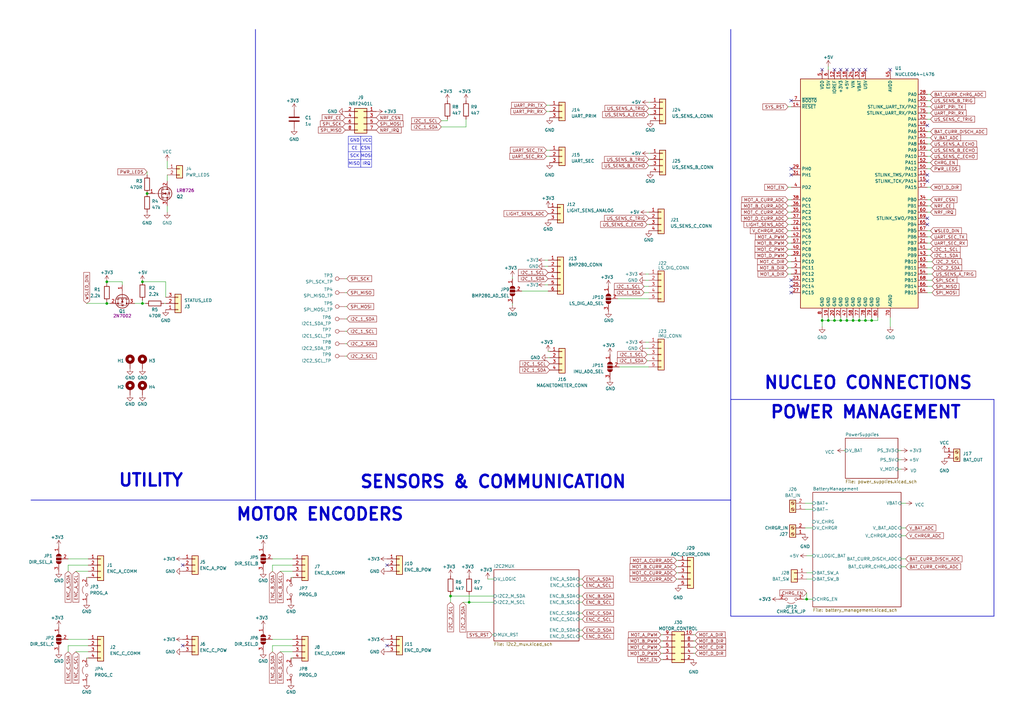
<source format=kicad_sch>
(kicad_sch (version 20230121) (generator eeschema)
  (paper "A3")
  (title_block (title "Motor Controller") (date "2023-03-06") (rev "V1.0") (comment 1 "Zuzanna Kunikowska") (comment 2 "Mateusz Wójcik"))
  (junction (at 58.42 115.57))
  (junction (at 184.785 244.475))
  (junction (at 342.265 131.445))
  (junction (at 344.805 131.445))
  (junction (at 357.505 131.445))
  (junction (at 43.815 124.46))
  (junction (at 352.425 131.445))
  (junction (at 339.725 131.445))
  (junction (at 354.965 131.445))
  (junction (at 347.345 131.445))
  (junction (at 349.885 131.445))
  (junction (at 58.42 124.46))
  (junction (at 337.185 131.445))
  (junction (at 192.405 247.015))
  (junction (at 60.325 79.375))
  (junction (at 43.815 115.57))
  (junction (at 330.835 245.745))
  (no_connect (at 337.185 28.575))
  (no_connect (at 354.965 28.575))
  (no_connect (at 342.265 28.575))
  (no_connect (at 158.75 231.775))
  (no_connect (at 324.485 71.755))
  (no_connect (at 380.365 89.535))
  (no_connect (at 347.345 28.575))
  (no_connect (at 324.485 117.475))
  (no_connect (at 324.485 41.275))
  (no_connect (at 324.485 114.935))
  (no_connect (at 74.93 264.795))
  (no_connect (at 158.75 264.795))
  (no_connect (at 352.425 28.575))
  (no_connect (at 380.365 71.755))
  (no_connect (at 324.485 120.015))
  (no_connect (at 365.125 28.575))
  (no_connect (at 324.485 69.215))
  (no_connect (at 380.365 92.075))
  (no_connect (at 349.885 28.575))
  (no_connect (at 74.93 231.775))
  (no_connect (at 344.805 28.575))
  (no_connect (at 380.365 51.435))
  (no_connect (at 380.365 74.295))
  (wire (pts (xy 237.49 254) (xy 238.76 254)))
  (wire (pts (xy 213.995 119.38) (xy 224.79 119.38)))
  (wire (pts (xy 180.975 52.07) (xy 191.135 52.07)))
  (wire (pts (xy 192.405 243.84) (xy 192.405 247.015)))
  (wire (pts (xy 323.215 102.235) (xy 324.485 102.235)))
  (wire (pts (xy 142.24 135.89) (xy 141.605 135.89)))
  (wire (pts (xy 369.57 229.235) (xy 371.475 229.235)))
  (wire (pts (xy 120.015 264.795) (xy 111.76 264.795)))
  (wire (pts (xy 380.365 104.775) (xy 381.635 104.775)))
  (wire (pts (xy 237.49 240.03) (xy 238.76 240.03)))
  (wire (pts (xy 271.145 270.51) (xy 271.78 270.51)))
  (wire (pts (xy 114.935 234.315) (xy 120.015 234.315)))
  (wire (pts (xy 330.2 206.375) (xy 333.375 206.375)))
  (wire (pts (xy 36.195 236.855) (xy 35.56 236.855)))
  (wire (pts (xy 67.945 121.92) (xy 67.945 115.57)))
  (wire (pts (xy 266.065 44.45) (xy 266.7 44.45)))
  (wire (pts (xy 380.365 61.595) (xy 381.635 61.595)))
  (wire (pts (xy 266.065 46.99) (xy 266.7 46.99)))
  (wire (pts (xy 380.365 53.975) (xy 381.635 53.975)))
  (wire (pts (xy 210.185 125.095) (xy 210.185 124.46)))
  (wire (pts (xy 266.065 65.405) (xy 266.7 65.405)))
  (wire (pts (xy 344.805 131.445) (xy 344.805 130.175)))
  (wire (pts (xy 266.065 140.335) (xy 264.795 140.335)))
  (wire (pts (xy 323.215 94.615) (xy 324.485 94.615)))
  (wire (pts (xy 380.365 84.455) (xy 381.635 84.455)))
  (wire (pts (xy 339.725 27.305) (xy 339.725 28.575)))
  (wire (pts (xy 380.365 66.675) (xy 381.635 66.675)))
  (wire (pts (xy 58.42 115.57) (xy 67.945 115.57)))
  (wire (pts (xy 285.115 265.43) (xy 284.48 265.43)))
  (wire (pts (xy 380.365 48.895) (xy 381.635 48.895)))
  (wire (pts (xy 380.365 99.695) (xy 381.635 99.695)))
  (wire (pts (xy 43.815 123.825) (xy 43.815 124.46)))
  (wire (pts (xy 265.43 92.075) (xy 266.065 92.075)))
  (wire (pts (xy 357.505 131.445) (xy 357.505 130.175)))
  (wire (pts (xy 264.795 112.395) (xy 266.065 112.395)))
  (wire (pts (xy 224.155 64.135) (xy 225.425 64.135)))
  (polyline (pts (xy 147.955 68.58) (xy 152.4 68.58)) (stroke (width 0) (type solid)))
  (polyline (pts (xy 147.32 59.055) (xy 152.4 59.055)) (stroke (width 0) (type solid)))
  (wire (pts (xy 380.365 41.275) (xy 381.635 41.275)))
  (wire (pts (xy 380.365 69.215) (xy 381.635 69.215)))
  (wire (pts (xy 271.145 265.43) (xy 271.78 265.43)))
  (polyline (pts (xy 299.72 252.73) (xy 299.72 163.83)) (stroke (width 0.254) (type solid)))
  (wire (pts (xy 224.155 61.595) (xy 225.425 61.595)))
  (wire (pts (xy 380.365 102.235) (xy 381.635 102.235)))
  (wire (pts (xy 344.805 131.445) (xy 347.345 131.445)))
  (wire (pts (xy 323.215 43.815) (xy 324.485 43.815)))
  (wire (pts (xy 354.965 131.445) (xy 357.505 131.445)))
  (wire (pts (xy 265.43 86.995) (xy 266.065 86.995)))
  (polyline (pts (xy 147.955 55.88) (xy 147.955 68.58)) (stroke (width 0) (type solid)))
  (wire (pts (xy 330.835 227.965) (xy 333.375 227.965)))
  (wire (pts (xy 266.065 67.945) (xy 266.7 67.945)))
  (wire (pts (xy 191.135 48.895) (xy 191.135 52.07)))
  (wire (pts (xy 369.57 219.71) (xy 371.475 219.71)))
  (wire (pts (xy 277.495 232.41) (xy 278.13 232.41)))
  (wire (pts (xy 266.065 145.415) (xy 265.43 145.415)))
  (wire (pts (xy 184.785 247.015) (xy 184.785 244.475)))
  (wire (pts (xy 352.425 131.445) (xy 352.425 130.175)))
  (wire (pts (xy 380.365 43.815) (xy 381.635 43.815)))
  (wire (pts (xy 266.065 147.955) (xy 265.43 147.955)))
  (wire (pts (xy 142.24 140.97) (xy 141.605 140.97)))
  (wire (pts (xy 43.815 115.57) (xy 50.165 115.57)))
  (wire (pts (xy 237.49 251.46) (xy 238.76 251.46)))
  (wire (pts (xy 349.885 131.445) (xy 352.425 131.445)))
  (wire (pts (xy 380.365 76.835) (xy 381.635 76.835)))
  (wire (pts (xy 323.215 104.775) (xy 324.485 104.775)))
  (wire (pts (xy 339.725 131.445) (xy 342.265 131.445)))
  (wire (pts (xy 120.015 236.855) (xy 119.38 236.855)))
  (wire (pts (xy 50.165 115.57) (xy 50.165 116.84)))
  (wire (pts (xy 201.93 260.35) (xy 202.565 260.35)))
  (wire (pts (xy 337.185 131.445) (xy 339.725 131.445)))
  (wire (pts (xy 342.265 131.445) (xy 342.265 130.175)))
  (wire (pts (xy 380.365 107.315) (xy 382.27 107.315)))
  (polyline (pts (xy 299.72 252.73) (xy 407.67 252.73)) (stroke (width 0.254) (type solid)))
  (wire (pts (xy 368.3 192.405) (xy 369.57 192.405)))
  (wire (pts (xy 180.975 49.53) (xy 183.515 49.53)))
  (polyline (pts (xy 147.32 62.23) (xy 152.4 62.23)) (stroke (width 0) (type solid)))
  (wire (pts (xy 368.3 188.595) (xy 369.57 188.595)))
  (wire (pts (xy 271.145 262.89) (xy 271.78 262.89)))
  (wire (pts (xy 330.2 216.535) (xy 333.375 216.535)))
  (wire (pts (xy 285.115 260.35) (xy 284.48 260.35)))
  (polyline (pts (xy 104.775 12.065) (xy 104.775 205.105)) (stroke (width 0.254) (type solid)))
  (wire (pts (xy 55.245 124.46) (xy 58.42 124.46)))
  (polyline (pts (xy 147.955 55.88) (xy 147.955 68.58)) (stroke (width 0) (type solid)))
  (polyline (pts (xy 407.67 163.83) (xy 407.67 252.73)) (stroke (width 0.254) (type solid)))
  (wire (pts (xy 237.49 258.445) (xy 238.76 258.445)))
  (wire (pts (xy 368.3 184.785) (xy 369.57 184.785)))
  (wire (pts (xy 27.94 264.795) (xy 27.94 267.335)))
  (wire (pts (xy 369.57 232.41) (xy 371.475 232.41)))
  (wire (pts (xy 380.365 94.615) (xy 381.635 94.615)))
  (wire (pts (xy 323.215 89.535) (xy 324.485 89.535)))
  (wire (pts (xy 380.365 109.855) (xy 382.27 109.855)))
  (wire (pts (xy 36.195 269.875) (xy 35.56 269.875)))
  (wire (pts (xy 266.065 62.865) (xy 266.7 62.865)))
  (wire (pts (xy 58.42 123.19) (xy 58.42 124.46)))
  (wire (pts (xy 323.215 92.075) (xy 324.485 92.075)))
  (wire (pts (xy 43.815 124.46) (xy 45.085 124.46)))
  (wire (pts (xy 337.185 130.175) (xy 337.185 131.445)))
  (wire (pts (xy 264.795 114.935) (xy 266.065 114.935)))
  (polyline (pts (xy 299.72 163.83) (xy 407.67 163.83)) (stroke (width 0.254) (type solid)))
  (wire (pts (xy 339.725 130.175) (xy 339.725 131.445)))
  (wire (pts (xy 68.58 66.04) (xy 68.58 69.215)))
  (wire (pts (xy 183.515 49.53) (xy 183.515 48.895)))
  (wire (pts (xy 337.185 131.445) (xy 337.185 133.985)))
  (wire (pts (xy 60.325 70.485) (xy 60.325 71.755)))
  (wire (pts (xy 184.785 243.84) (xy 184.785 244.475)))
  (wire (pts (xy 369.57 206.375) (xy 371.475 206.375)))
  (wire (pts (xy 285.115 262.89) (xy 284.48 262.89)))
  (wire (pts (xy 68.58 86.995) (xy 68.58 84.455)))
  (polyline (pts (xy 142.875 68.58) (xy 147.955 68.58)) (stroke (width 0) (type solid)))
  (wire (pts (xy 120.015 269.875) (xy 119.38 269.875)))
  (wire (pts (xy 224.79 144.145) (xy 225.425 144.145)))
  (wire (pts (xy 380.365 56.515) (xy 381.635 56.515)))
  (polyline (pts (xy 142.875 55.88) (xy 142.875 68.58)) (stroke (width 0) (type solid)))
  (wire (pts (xy 31.115 234.315) (xy 36.195 234.315)))
  (wire (pts (xy 380.365 59.055) (xy 381.635 59.055)))
  (wire (pts (xy 271.145 260.35) (xy 271.78 260.35)))
  (wire (pts (xy 342.265 131.445) (xy 344.805 131.445)))
  (wire (pts (xy 224.155 43.18) (xy 225.425 43.18)))
  (wire (pts (xy 266.065 142.875) (xy 264.795 142.875)))
  (wire (pts (xy 141.605 146.05) (xy 142.24 146.05)))
  (wire (pts (xy 380.365 112.395) (xy 382.27 112.395)))
  (wire (pts (xy 329.565 245.745) (xy 330.835 245.745)))
  (wire (pts (xy 380.365 114.935) (xy 382.27 114.935)))
  (wire (pts (xy 346.075 184.785) (xy 346.71 184.785)))
  (polyline (pts (xy 142.875 62.23) (xy 147.32 62.23)) (stroke (width 0) (type solid)))
  (wire (pts (xy 224.79 146.685) (xy 225.425 146.685)))
  (polyline (pts (xy 12.7 205.105) (xy 299.72 205.105)) (stroke (width 0.254) (type solid)))
  (wire (pts (xy 189.865 247.015) (xy 192.405 247.015)))
  (wire (pts (xy 380.365 120.015) (xy 382.27 120.015)))
  (wire (pts (xy 142.24 130.81) (xy 141.605 130.81)))
  (wire (pts (xy 323.215 81.915) (xy 324.485 81.915)))
  (wire (pts (xy 120.015 231.775) (xy 111.76 231.775)))
  (wire (pts (xy 330.835 245.745) (xy 333.375 245.745)))
  (polyline (pts (xy 147.32 65.405) (xy 152.4 65.405)) (stroke (width 0) (type solid)))
  (wire (pts (xy 357.505 131.445) (xy 360.045 131.445)))
  (wire (pts (xy 266.065 41.91) (xy 266.7 41.91)))
  (wire (pts (xy 380.365 97.155) (xy 381.635 97.155)))
  (wire (pts (xy 223.52 116.84) (xy 224.79 116.84)))
  (wire (pts (xy 223.52 106.68) (xy 224.79 106.68)))
  (wire (pts (xy 323.215 99.695) (xy 324.485 99.695)))
  (wire (pts (xy 365.125 130.175) (xy 365.125 133.985)))
  (wire (pts (xy 184.785 244.475) (xy 202.565 244.475)))
  (wire (pts (xy 349.885 131.445) (xy 349.885 130.175)))
  (wire (pts (xy 111.76 262.255) (xy 120.015 262.255)))
  (wire (pts (xy 111.76 264.795) (xy 111.76 267.335)))
  (wire (pts (xy 254 150.495) (xy 266.065 150.495)))
  (wire (pts (xy 111.76 231.775) (xy 111.76 234.315)))
  (wire (pts (xy 380.365 117.475) (xy 382.27 117.475)))
  (wire (pts (xy 380.365 46.355) (xy 381.635 46.355)))
  (wire (pts (xy 237.49 247.015) (xy 238.76 247.015)))
  (wire (pts (xy 330.835 243.205) (xy 330.835 245.745)))
  (wire (pts (xy 360.045 131.445) (xy 360.045 130.175)))
  (wire (pts (xy 352.425 131.445) (xy 354.965 131.445)))
  (wire (pts (xy 114.935 267.335) (xy 120.015 267.335)))
  (wire (pts (xy 58.42 124.46) (xy 59.69 124.46)))
  (polyline (pts (xy 142.875 65.405) (xy 147.32 65.405)) (stroke (width 0) (type solid)))
  (wire (pts (xy 210.185 113.665) (xy 210.185 114.3)))
  (wire (pts (xy 111.76 229.235) (xy 120.015 229.235)))
  (wire (pts (xy 36.195 231.775) (xy 27.94 231.775)))
  (polyline (pts (xy 147.955 55.88) (xy 152.4 55.88)) (stroke (width 0) (type solid)))
  (wire (pts (xy 380.365 64.135) (xy 381.635 64.135)))
  (wire (pts (xy 27.94 262.255) (xy 36.195 262.255)))
  (polyline (pts (xy 299.72 12.065) (xy 299.72 163.83)) (stroke (width 0.254) (type solid)))
  (wire (pts (xy 277.495 237.49) (xy 278.13 237.49)))
  (wire (pts (xy 271.145 267.97) (xy 271.78 267.97)))
  (wire (pts (xy 224.155 45.72) (xy 225.425 45.72)))
  (wire (pts (xy 253.365 122.555) (xy 266.065 122.555)))
  (wire (pts (xy 60.325 79.375) (xy 60.96 79.375)))
  (wire (pts (xy 141.605 114.3) (xy 142.24 114.3)))
  (wire (pts (xy 31.115 267.335) (xy 36.195 267.335)))
  (wire (pts (xy 323.215 107.315) (xy 324.485 107.315)))
  (wire (pts (xy 237.49 244.475) (xy 238.76 244.475)))
  (wire (pts (xy 323.215 86.995) (xy 324.485 86.995)))
  (wire (pts (xy 200.025 237.49) (xy 202.565 237.49)))
  (wire (pts (xy 380.365 86.995) (xy 381.635 86.995)))
  (wire (pts (xy 323.215 109.855) (xy 324.485 109.855)))
  (wire (pts (xy 277.495 234.95) (xy 278.13 234.95)))
  (wire (pts (xy 27.94 231.775) (xy 27.94 234.315)))
  (wire (pts (xy 323.215 97.155) (xy 324.485 97.155)))
  (wire (pts (xy 354.965 131.445) (xy 354.965 130.175)))
  (wire (pts (xy 237.49 260.985) (xy 238.76 260.985)))
  (wire (pts (xy 369.57 216.535) (xy 371.475 216.535)))
  (wire (pts (xy 323.215 84.455) (xy 324.485 84.455)))
  (wire (pts (xy 142.24 120.015) (xy 141.605 120.015)))
  (wire (pts (xy 380.365 81.915) (xy 381.635 81.915)))
  (wire (pts (xy 330.835 237.49) (xy 333.375 237.49)))
  (polyline (pts (xy 142.875 59.055) (xy 147.32 59.055)) (stroke (width 0) (type solid)))
  (wire (pts (xy 330.2 208.915) (xy 333.375 208.915)))
  (wire (pts (xy 237.49 237.49) (xy 238.76 237.49)))
  (wire (pts (xy 192.405 247.015) (xy 202.565 247.015)))
  (wire (pts (xy 323.215 76.835) (xy 324.485 76.835)))
  (wire (pts (xy 223.52 109.22) (xy 224.79 109.22)))
  (wire (pts (xy 347.345 131.445) (xy 347.345 130.175)))
  (wire (pts (xy 381.635 38.735) (xy 380.365 38.735)))
  (wire (pts (xy 68.58 71.755) (xy 68.58 74.295)))
  (polyline (pts (xy 152.4 55.88) (xy 152.4 68.58)) (stroke (width 0) (type solid)))
  (wire (pts (xy 285.115 267.97) (xy 284.48 267.97)))
  (wire (pts (xy 330.835 234.95) (xy 333.375 234.95)))
  (wire (pts (xy 277.495 229.87) (xy 278.13 229.87)))
  (polyline (pts (xy 142.875 55.88) (xy 147.955 55.88)) (stroke (width 0) (type solid)))
  (wire (pts (xy 35.56 124.46) (xy 43.815 124.46)))
  (wire (pts (xy 264.16 117.475) (xy 266.065 117.475)))
  (wire (pts (xy 27.94 229.235) (xy 36.195 229.235)))
  (wire (pts (xy 43.815 115.57) (xy 43.815 116.205)))
  (wire (pts (xy 347.345 131.445) (xy 349.885 131.445)))
  (wire (pts (xy 67.31 124.46) (xy 67.945 124.46)))
  (wire (pts (xy 323.215 112.395) (xy 324.485 112.395)))
  (wire (pts (xy 264.16 120.015) (xy 266.065 120.015)))
  (wire (pts (xy 36.195 264.795) (xy 27.94 264.795)))
  (wire (pts (xy 142.24 125.73) (xy 141.605 125.73)))
  (text "GND" (at 143.51 58.42 0) (effects (font (size 1.27 1.27)) (justify left bottom)))
  (text "SCK" (at 143.51 64.77 0) (effects (font (size 1.27 1.27)) (justify left bottom)))
  (text "MOSI" (at 147.955 64.77 0) (effects (font (size 1.27 1.27)) (justify left bottom)))
  (text "IRQ" (at 148.59 67.945 0) (effects (font (size 1.27 1.27)) (justify left bottom)))
  (text "MOTOR ENCODERS" (at 96.52 213.995 0) (effects (font (size 5 5) (thickness 1) bold) (justify left bottom)))
  (text "POWER MANAGEMENT" (at 315.595 172.085 0) (effects (font (size 5 5) (thickness 1) bold) (justify left bottom)))
  (text "SENSORS & COMMUNICATION" (at 147.32 200.66 0) (effects (font (size 5 5) (thickness 1) bold) (justify left bottom)))
  (text "MISO" (at 142.875 67.945 0) (effects (font (size 1.27 1.27)) (justify left bottom)))
  (text "VCC" (at 148.59 58.42 0) (effects (font (size 1.27 1.27)) (justify left bottom)))
  (text "CE" (at 144.145 61.595 0) (effects (font (size 1.27 1.27)) (justify left bottom)))
  (text "NUCLEO CONNECTIONS" (at 313.055 160.02 0) (effects (font (size 5 5) (thickness 1) bold) (justify left bottom)))
  (text "CSN" (at 147.955 61.595 0) (effects (font (size 1.27 1.27)) (justify left bottom)))
  (text "UTILITY" (at 48.26 200.025 0) (effects (font (size 5 5) (thickness 1) bold) (justify left bottom)))
  (global_label "NRF_CE" (shape input) (at 141.605 48.26 180) (property "Intersheetrefs" "${INTERSHEET_REFS}" (effects hide)))
  (global_label "V_CHRGR_ADC" (shape input) (at 323.215 94.615 180) (property "Intersheetrefs" "${INTERSHEET_REFS}" (effects hide)))
  (global_label "I2C_1_SCL" (shape input) (at 265.43 145.415 180) (property "Intersheetrefs" "${INTERSHEET_REFS}" (effects hide)))
  (global_label "PWR_LEDS" (shape input) (at 60.325 70.485 180) (property "Intersheetrefs" "${INTERSHEET_REFS}" (effects hide)))
  (global_label "US_SENS_A_ECHO" (shape input) (at 381.635 59.055 0) (property "Intersheetrefs" "${INTERSHEET_REFS}" (effects hide)))
  (global_label "NRF_IRQ" (shape input) (at 381.635 86.995 0) (property "Intersheetrefs" "${INTERSHEET_REFS}" (effects hide)))
  (global_label "SYS_RST" (shape input) (at 323.215 43.815 180) (property "Intersheetrefs" "${INTERSHEET_REFS}" (effects hide)))
  (global_label "BAT_CURR_CHRG_ADC" (shape input) (at 381.635 38.735 0) (property "Intersheetrefs" "${INTERSHEET_REFS}" (effects hide)))
  (global_label "MOT_C_PWM" (shape input) (at 323.215 102.235 180) (property "Intersheetrefs" "${INTERSHEET_REFS}" (effects hide)))
  (global_label "WSLED_DIN" (shape input) (at 35.56 124.46 90) (property "Intersheetrefs" "${INTERSHEET_REFS}" (effects hide)))
  (global_label "MOT_A_PWM" (shape input) (at 323.215 97.155 180) (property "Intersheetrefs" "${INTERSHEET_REFS}" (effects hide)))
  (global_label "ENC_C_SCL" (shape input) (at 31.115 267.335 270) (property "Intersheetrefs" "${INTERSHEET_REFS}" (effects hide)))
  (global_label "ENC_B_SDA" (shape input) (at 238.76 244.475 0) (property "Intersheetrefs" "${INTERSHEET_REFS}" (effects hide)))
  (global_label "MOT_D_CURR_ADC" (shape input) (at 277.495 237.49 180) (property "Intersheetrefs" "${INTERSHEET_REFS}" (effects hide)))
  (global_label "US_SENS_B_TRIG" (shape input) (at 381.635 41.275 0) (property "Intersheetrefs" "${INTERSHEET_REFS}" (effects hide)))
  (global_label "ENC_B_SDA" (shape input) (at 111.76 234.315 270) (property "Intersheetrefs" "${INTERSHEET_REFS}" (effects hide)))
  (global_label "MOT_EN" (shape input) (at 271.145 270.51 180) (property "Intersheetrefs" "${INTERSHEET_REFS}" (effects hide)))
  (global_label "I2C_1_SDA" (shape input) (at 381.635 104.775 0) (property "Intersheetrefs" "${INTERSHEET_REFS}" (effects hide)))
  (global_label "WSLED_DIN" (shape input) (at 381.635 94.615 0) (property "Intersheetrefs" "${INTERSHEET_REFS}" (effects hide)))
  (global_label "ENC_C_SCL" (shape input) (at 238.76 254 0) (property "Intersheetrefs" "${INTERSHEET_REFS}" (effects hide)))
  (global_label "MOT_D_DIR" (shape input) (at 381.635 76.835 0) (property "Intersheetrefs" "${INTERSHEET_REFS}" (effects hide)))
  (global_label "ENC_B_SCL" (shape input) (at 114.935 234.315 270) (property "Intersheetrefs" "${INTERSHEET_REFS}" (effects hide)))
  (global_label "MOT_A_DIR" (shape input) (at 323.215 112.395 180) (property "Intersheetrefs" "${INTERSHEET_REFS}" (effects hide)))
  (global_label "BAT_CURR_CHRG_ADC" (shape input) (at 371.475 232.41 0) (property "Intersheetrefs" "${INTERSHEET_REFS}" (effects hide)))
  (global_label "I2C_2_SCL" (shape input) (at 382.27 107.315 0) (property "Intersheetrefs" "${INTERSHEET_REFS}" (effects hide)))
  (global_label "SYS_RST" (shape input) (at 201.93 260.35 180) (property "Intersheetrefs" "${INTERSHEET_REFS}" (effects hide)))
  (global_label "BAT_CURR_DISCH_ADC" (shape input) (at 381.635 53.975 0) (property "Intersheetrefs" "${INTERSHEET_REFS}" (effects hide)))
  (global_label "MOT_B_CURR_ADC" (shape input) (at 323.215 84.455 180) (property "Intersheetrefs" "${INTERSHEET_REFS}" (effects hide)))
  (global_label "MOT_C_CURR_ADC" (shape input) (at 323.215 86.995 180) (property "Intersheetrefs" "${INTERSHEET_REFS}" (effects hide)))
  (global_label "US_SENS_A_TRIG" (shape input) (at 382.27 112.395 0) (property "Intersheetrefs" "${INTERSHEET_REFS}" (effects hide)))
  (global_label "I2C_2_SDA" (shape input) (at 382.27 109.855 0) (property "Intersheetrefs" "${INTERSHEET_REFS}" (effects hide)))
  (global_label "NRF_CE" (shape input) (at 381.635 84.455 0) (property "Intersheetrefs" "${INTERSHEET_REFS}" (effects hide)))
  (global_label "MOT_B_DIR" (shape input) (at 285.115 262.89 0) (property "Intersheetrefs" "${INTERSHEET_REFS}" (effects hide)))
  (global_label "MOT_D_DIR" (shape input) (at 285.115 267.97 0) (property "Intersheetrefs" "${INTERSHEET_REFS}" (effects hide)))
  (global_label "I2C_2_SCL" (shape input) (at 142.24 146.05 0) (property "Intersheetrefs" "${INTERSHEET_REFS}" (effects hide)))
  (global_label "ENC_C_SDA" (shape input) (at 27.94 267.335 270) (property "Intersheetrefs" "${INTERSHEET_REFS}" (effects hide)))
  (global_label "I2C_1_SCL" (shape input) (at 264.16 117.475 180) (property "Intersheetrefs" "${INTERSHEET_REFS}" (effects hide)))
  (global_label "UART_SEC_RX" (shape input) (at 224.155 64.135 180) (property "Intersheetrefs" "${INTERSHEET_REFS}" (effects hide)))
  (global_label "US_SENS_B_TRIG" (shape input) (at 266.065 65.405 180) (property "Intersheetrefs" "${INTERSHEET_REFS}" (effects hide)))
  (global_label "PWR_LEDS" (shape input) (at 381.635 69.215 0) (property "Intersheetrefs" "${INTERSHEET_REFS}" (effects hide)))
  (global_label "MOT_A_CURR_ADC" (shape input) (at 323.215 81.915 180) (property "Intersheetrefs" "${INTERSHEET_REFS}" (effects hide)))
  (global_label "SPI_MISO" (shape input) (at 382.27 117.475 0) (property "Intersheetrefs" "${INTERSHEET_REFS}" (effects hide)))
  (global_label "NRF_CSN" (shape input) (at 381.635 81.915 0) (property "Intersheetrefs" "${INTERSHEET_REFS}" (effects hide)))
  (global_label "I2C_1_SDA" (shape input) (at 264.16 120.015 180) (property "Intersheetrefs" "${INTERSHEET_REFS}" (effects hide)))
  (global_label "I2C_2_SCL" (shape input) (at 184.785 247.015 270) (property "Intersheetrefs" "${INTERSHEET_REFS}" (effects hide)))
  (global_label "I2C_1_SDA" (shape input) (at 180.975 52.07 180) (property "Intersheetrefs" "${INTERSHEET_REFS}" (effects hide)))
  (global_label "SPI_MOSI" (shape input) (at 382.27 120.015 0) (property "Intersheetrefs" "${INTERSHEET_REFS}" (effects hide)))
  (global_label "MOT_B_CURR_ADC" (shape input) (at 277.495 232.41 180) (property "Intersheetrefs" "${INTERSHEET_REFS}" (effects hide)))
  (global_label "UART_SEC_TX" (shape input) (at 381.635 97.155 0) (property "Intersheetrefs" "${INTERSHEET_REFS}" (effects hide)))
  (global_label "MOT_A_DIR" (shape input) (at 285.115 260.35 0) (property "Intersheetrefs" "${INTERSHEET_REFS}" (effects hide)))
  (global_label "ENC_D_SDA" (shape input) (at 238.76 258.445 0) (property "Intersheetrefs" "${INTERSHEET_REFS}" (effects hide)))
  (global_label "LIGHT_SENS_ADC" (shape input) (at 323.215 92.075 180) (property "Intersheetrefs" "${INTERSHEET_REFS}" (effects hide)))
  (global_label "US_SENS_B_ECHO" (shape input) (at 266.065 67.945 180) (property "Intersheetrefs" "${INTERSHEET_REFS}" (effects hide)))
  (global_label "ENC_A_SCL" (shape input) (at 31.115 234.315 270) (property "Intersheetrefs" "${INTERSHEET_REFS}" (effects hide)))
  (global_label "MOT_A_PWM" (shape input) (at 271.145 260.35 180) (property "Intersheetrefs" "${INTERSHEET_REFS}" (effects hide)))
  (global_label "MOT_B_DIR" (shape input) (at 323.215 109.855 180) (property "Intersheetrefs" "${INTERSHEET_REFS}" (effects hide)))
  (global_label "LIGHT_SENS_ADC" (shape input) (at 224.79 87.63 180) (property "Intersheetrefs" "${INTERSHEET_REFS}" (effects hide)))
  (global_label "UART_SEC_TX" (shape input) (at 224.155 61.595 180) (property "Intersheetrefs" "${INTERSHEET_REFS}" (effects hide)))
  (global_label "ENC_D_SDA" (shape input) (at 111.76 267.335 270) (property "Intersheetrefs" "${INTERSHEET_REFS}" (effects hide)))
  (global_label "ENC_D_SCL" (shape input) (at 238.76 260.985 0) (property "Intersheetrefs" "${INTERSHEET_REFS}" (effects hide)))
  (global_label "UART_PRI_TX" (shape input) (at 224.155 43.18 180) (property "Intersheetrefs" "${INTERSHEET_REFS}" (effects hide)))
  (global_label "I2C_1_SCL" (shape input) (at 142.24 135.89 0) (property "Intersheetrefs" "${INTERSHEET_REFS}" (effects hide)))
  (global_label "I2C_1_SCL" (shape input) (at 224.79 111.76 180) (property "Intersheetrefs" "${INTERSHEET_REFS}" (effects hide)))
  (global_label "ENC_A_SDA" (shape input) (at 238.76 237.49 0) (property "Intersheetrefs" "${INTERSHEET_REFS}" (effects hide)))
  (global_label "V_BAT_ADC" (shape input) (at 371.475 216.535 0) (property "Intersheetrefs" "${INTERSHEET_REFS}" (effects hide)))
  (global_label "I2C_1_SCL" (shape input) (at 225.425 149.225 180) (property "Intersheetrefs" "${INTERSHEET_REFS}" (effects hide)))
  (global_label "UART_PRI_RX" (shape input) (at 381.635 46.355 0) (property "Intersheetrefs" "${INTERSHEET_REFS}" (effects hide)))
  (global_label "UART_PRI_TX" (shape input) (at 381.635 43.815 0) (property "Intersheetrefs" "${INTERSHEET_REFS}" (effects hide)))
  (global_label "V_BAT_ADC" (shape input) (at 381.635 56.515 0) (property "Intersheetrefs" "${INTERSHEET_REFS}" (effects hide)))
  (global_label "NRF_IRQ" (shape input) (at 154.305 53.34 0) (property "Intersheetrefs" "${INTERSHEET_REFS}" (effects hide)))
  (global_label "ENC_D_SCL" (shape input) (at 114.935 267.335 270) (property "Intersheetrefs" "${INTERSHEET_REFS}" (effects hide)))
  (global_label "I2C_1_SCL" (shape input) (at 381.635 102.235 0) (property "Intersheetrefs" "${INTERSHEET_REFS}" (effects hide)))
  (global_label "MOT_B_PWM" (shape input) (at 323.215 99.695 180) (property "Intersheetrefs" "${INTERSHEET_REFS}" (effects hide)))
  (global_label "US_SENS_B_ECHO" (shape input) (at 381.635 61.595 0) (property "Intersheetrefs" "${INTERSHEET_REFS}" (effects hide)))
  (global_label "BAT_CURR_DISCH_ADC" (shape input) (at 371.475 229.235 0) (property "Intersheetrefs" "${INTERSHEET_REFS}" (effects hide)))
  (global_label "MOT_B_PWM" (shape input) (at 271.145 262.89 180) (property "Intersheetrefs" "${INTERSHEET_REFS}" (effects hide)))
  (global_label "SPI_SCK" (shape input) (at 141.605 50.8 180) (property "Intersheetrefs" "${INTERSHEET_REFS}" (effects hide)))
  (global_label "UART_PRI_RX" (shape input) (at 224.155 45.72 180) (property "Intersheetrefs" "${INTERSHEET_REFS}" (effects hide)))
  (global_label "SPI_MOSI" (shape input) (at 154.305 50.8 0) (property "Intersheetrefs" "${INTERSHEET_REFS}" (effects hide)))
  (global_label "MOT_D_PWM" (shape input) (at 323.215 104.775 180) (property "Intersheetrefs" "${INTERSHEET_REFS}" (effects hide)))
  (global_label "I2C_1_SCL" (shape input) (at 180.975 49.53 180) (property "Intersheetrefs" "${INTERSHEET_REFS}" (effects hide)))
  (global_label "MOT_EN" (shape input) (at 323.215 76.835 180) (property "Intersheetrefs" "${INTERSHEET_REFS}" (effects hide)))
  (global_label "I2C_1_SDA" (shape input) (at 224.79 114.3 180) (property "Intersheetrefs" "${INTERSHEET_REFS}" (effects hide)))
  (global_label "ENC_B_SCL" (shape input) (at 238.76 247.015 0) (property "Intersheetrefs" "${INTERSHEET_REFS}" (effects hide)))
  (global_label "MOT_D_PWM" (shape input) (at 271.145 267.97 180) (property "Intersheetrefs" "${INTERSHEET_REFS}" (effects hide)))
  (global_label "MOT_A_CURR_ADC" (shape input) (at 277.495 229.87 180) (property "Intersheetrefs" "${INTERSHEET_REFS}" (effects hide)))
  (global_label "US_SENS_A_ECHO" (shape input) (at 266.065 46.99 180) (property "Intersheetrefs" "${INTERSHEET_REFS}" (effects hide)))
  (global_label "US_SENS_C_ECHO" (shape input) (at 381.635 64.135 0) (property "Intersheetrefs" "${INTERSHEET_REFS}" (effects hide)))
  (global_label "ENC_A_SCL" (shape input) (at 238.76 240.03 0) (property "Intersheetrefs" "${INTERSHEET_REFS}" (effects hide)))
  (global_label "MOT_C_CURR_ADC" (shape input) (at 277.495 234.95 180) (property "Intersheetrefs" "${INTERSHEET_REFS}" (effects hide)))
  (global_label "I2C_2_SDA" (shape input) (at 142.24 140.97 0) (property "Intersheetrefs" "${INTERSHEET_REFS}" (effects hide)))
  (global_label "MOT_C_PWM" (shape input) (at 271.145 265.43 180) (property "Intersheetrefs" "${INTERSHEET_REFS}" (effects hide)))
  (global_label "I2C_1_SDA" (shape input) (at 265.43 147.955 180) (property "Intersheetrefs" "${INTERSHEET_REFS}" (effects hide)))
  (global_label "US_SENS_C_ECHO" (shape input) (at 265.43 92.075 180) (property "Intersheetrefs" "${INTERSHEET_REFS}" (effects hide)))
  (global_label "MOT_C_DIR" (shape input) (at 285.115 265.43 0) (property "Intersheetrefs" "${INTERSHEET_REFS}" (effects hide)))
  (global_label "CHRG_EN" (shape input) (at 330.835 243.205 180) (property "Intersheetrefs" "${INTERSHEET_REFS}" (effects hide)))
  (global_label "I2C_1_SDA" (shape input) (at 142.24 130.81 0) (property "Intersheetrefs" "${INTERSHEET_REFS}" (effects hide)))
  (global_label "SPI_MISO" (shape input) (at 141.605 53.34 180) (property "Intersheetrefs" "${INTERSHEET_REFS}" (effects hide)))
  (global_label "SPI_MISO" (shape input) (at 142.24 120.015 0) (property "Intersheetrefs" "${INTERSHEET_REFS}" (effects hide)))
  (global_label "I2C_2_SDA" (shape input) (at 189.865 247.015 270) (property "Intersheetrefs" "${INTERSHEET_REFS}" (effects hide)))
  (global_label "SPI_SCK" (shape input) (at 142.24 114.3 0) (property "Intersheetrefs" "${INTERSHEET_REFS}" (effects hide)))
  (global_label "V_CHRGR_ADC" (shape input) (at 371.475 219.71 0) (property "Intersheetrefs" "${INTERSHEET_REFS}" (effects hide)))
  (global_label "SPI_SCK" (shape input) (at 382.27 114.935 0) (property "Intersheetrefs" "${INTERSHEET_REFS}" (effects hide)))
  (global_label "US_SENS_C_TRIG" (shape input) (at 266.065 89.535 180) (property "Intersheetrefs" "${INTERSHEET_REFS}" (effects hide)))
  (global_label "CHRG_EN" (shape input) (at 381.635 66.675 0) (property "Intersheetrefs" "${INTERSHEET_REFS}" (effects hide)))
  (global_label "NRF_CSN" (shape input) (at 154.305 48.26 0) (property "Intersheetrefs" "${INTERSHEET_REFS}" (effects hide)))
  (global_label "ENC_C_SDA" (shape input) (at 238.76 251.46 0) (property "Intersheetrefs" "${INTERSHEET_REFS}" (effects hide)))
  (global_label "US_SENS_A_TRIG" (shape input) (at 266.065 44.45 180) (property "Intersheetrefs" "${INTERSHEET_REFS}" (effects hide)))
  (global_label "ENC_A_SDA" (shape input) (at 27.94 234.315 270) (property "Intersheetrefs" "${INTERSHEET_REFS}" (effects hide)))
  (global_label "MOT_D_CURR_ADC" (shape input) (at 323.215 89.535 180) (property "Intersheetrefs" "${INTERSHEET_REFS}" (effects hide)))
  (global_label "MOT_C_DIR" (shape input) (at 323.215 107.315 180) (property "Intersheetrefs" "${INTERSHEET_REFS}" (effects hide)))
  (global_label "UART_SEC_RX" (shape input) (at 381.635 99.695 0) (property "Intersheetrefs" "${INTERSHEET_REFS}" (effects hide)))
  (global_label "SPI_MOSI" (shape input) (at 142.24 125.73 0) (property "Intersheetrefs" "${INTERSHEET_REFS}" (effects hide)))
  (global_label "US_SENS_C_TRIG" (shape input) (at 381.635 48.895 0) (property "Intersheetrefs" "${INTERSHEET_REFS}" (effects hide)))
  (global_label "I2C_1_SDA" (shape input) (at 225.425 151.765 180) (property "Intersheetrefs" "${INTERSHEET_REFS}" (effects hide)))
  (symbol (lib_id "power:GND") (at 224.79 146.685 270) (unit 1)
    (property "Reference" "#PWR047" (effects hide))
    (property "Value" "GND" (at 221.615 146.685 90) (effects (justify right)))
  )
  (symbol (lib_id "power:+3V3") (at 154.305 45.72 270) (unit 1)
    (property "Reference" "#PWR033" (effects hide))
    (property "Value" "+3V3" (at 162.56 45.72 90) (effects (justify right)))
  )
  (symbol (lib_id "Connector:Screw_Terminal_01x02") (at 325.12 208.915 180) (unit 1)
    (property "Reference" "J26" (at 325.12 200.66 0))
    (property "Value" "BAT_IN" (at 325.12 203.2 0))
    (property "Footprint" "TerminalBlock_Phoenix:TerminalBlock_Phoenix_MKDS-1,5-2_1x02_P5.00mm_Horizontal" (effects hide))
  )
  (symbol (lib_id "power:+3V3") (at 24.13 257.175 0) (unit 1)
    (property "Reference" "#PWR03" (effects hide))
    (property "Value" "+3V3" (at 23.495 253.365 0))
  )
  (symbol (lib_id "power:GND") (at 266.7 70.485 0) (unit 1)
    (property "Reference" "#PWR063" (effects hide))
    (property "Value" "GND" (at 266.7 74.295 0))
  )
  (symbol (lib_id "power:GND") (at 58.42 151.13 0) (unit 1)
    (property "Reference" "#PWR0161" (effects hide))
    (property "Value" "GND" (at 58.42 154.94 0))
  )
  (symbol (lib_id "Connector_Generic:Conn_02x04_Odd_Even") (at 149.225 48.26 0) (mirror y) (unit 1)
    (property "Reference" "J9" (at 147.955 40.005 0))
    (property "Value" "NRF2401L" (at 147.955 42.545 0))
    (property "Footprint" "Connector_PinSocket_2.54mm:PinSocket_2x04_P2.54mm_Vertical" (effects hide))
  )
  (symbol (lib_id "Jumper:Jumper_2_Open") (at 119.38 274.955 90) (unit 1)
    (property "Reference" "JP8" (at 122.555 274.32 90) (effects (justify right)))
    (property "Value" "PROG_D" (at 122.555 276.86 90) (effects (justify right)))
    (property "Footprint" "Jumper:SolderJumper-2_P1.3mm_Open_RoundedPad1.0x1.5mm" (effects hide))
  )
  (symbol (lib_id "power:GND") (at 278.13 240.03 0) (unit 1)
    (property "Reference" "#PWR0104" (effects hide))
    (property "Value" "GND" (at 278.13 245.11 0))
  )
  (symbol (lib_id "power:GND") (at 53.34 151.13 0) (unit 1)
    (property "Reference" "#PWR0159" (effects hide))
    (property "Value" "GND" (at 53.34 154.94 0))
  )
  (symbol (lib_id "power:+3V3") (at 183.515 41.275 0) (unit 1)
    (property "Reference" "#PWR034" (effects hide))
    (property "Value" "+3V3" (at 182.88 37.465 0))
  )
  (symbol (lib_id "power:+3V3") (at 264.795 112.395 90) (unit 1)
    (property "Reference" "#PWR054" (effects hide))
    (property "Value" "+3V3" (at 261.62 112.3949 90) (effects (justify left)))
  )
  (symbol (lib_id "power:GND") (at 225.425 66.675 0) (unit 1)
    (property "Reference" "#PWR049" (effects hide))
    (property "Value" "GND" (at 225.425 71.755 0))
  )
  (symbol (lib_id "power:GND") (at 74.93 267.335 270) (unit 1)
    (property "Reference" "#PWR016" (effects hide))
    (property "Value" "GND" (at 69.85 267.335 90))
  )
  (symbol (lib_id "Mechanical:MountingHole_Pad") (at 58.42 148.59 0) (unit 1)
    (property "Reference" "H3" (at 60.96 147.955 0) (effects (justify left)))
    (property "Value" "MH" (effects hide))
    (property "Footprint" "MountingHole:MountingHole_3.2mm_M3_Pad_Via" (effects hide))
  )
  (symbol (lib_id "power:+3V3") (at 210.185 113.665 0) (unit 1)
    (property "Reference" "#PWR039" (effects hide))
    (property "Value" "+3V3" (at 212.09 109.855 0) (effects (justify right)))
  )
  (symbol (lib_id "power:VCC") (at 387.35 185.42 0) (unit 1)
    (property "Reference" "#PWR036" (effects hide))
    (property "Value" "VCC" (at 387.35 181.61 0))
  )
  (symbol (lib_id "power:+5V") (at 330.835 227.965 90) (unit 1)
    (property "Reference" "#PWR066" (effects hide))
    (property "Value" "+5V" (at 327.66 227.965 90) (effects (justify left)))
  )
  (symbol (lib_id "power:+3V3") (at 120.65 45.085 0) (unit 1)
    (property "Reference" "#PWR023" (effects hide))
    (property "Value" "+3V3" (at 120.015 41.275 0))
  )
  (symbol (lib_id "Connector_Generic:Conn_01x02") (at 73.66 69.215 0) (unit 1)
    (property "Reference" "J4" (at 76.2 69.2149 0) (effects (justify left)))
    (property "Value" "PWR_LEDS" (at 76.2 71.7549 0) (effects (justify left)))
    (property "Footprint" "Connector_JST:JST_XH_B2B-XH-A_1x02_P2.50mm_Vertical" (effects hide))
  )
  (symbol (lib_id "Connector_Generic:Conn_01x03") (at 163.83 231.775 0) (unit 1)
    (property "Reference" "J10" (at 165.735 231.14 0) (effects (justify left)))
    (property "Value" "ENC_B_POW" (at 165.735 233.68 0) (effects (justify left)))
    (property "Footprint" "Connector_JST:JST_XH_B3B-XH-A_1x03_P2.50mm_Vertical" (effects hide))
  )
  (symbol (lib_id "power:+3V3") (at 223.52 116.84 90) (unit 1)
    (property "Reference" "#PWR043" (effects hide))
    (property "Value" "+3V3" (at 220.98 116.84 90) (effects (justify left)))
  )
  (symbol (lib_id "Connector_Generic:Conn_01x05") (at 271.145 145.415 0) (unit 1)
    (property "Reference" "J23" (at 269.875 135.89 0) (effects (justify left)))
    (property "Value" "IMU_CONN" (at 269.875 137.795 0) (effects (justify left)))
    (property "Footprint" "Connector_JST:JST_XH_B5B-XH-A_1x05_P2.50mm_Vertical" (effects hide))
  )
  (symbol (lib_id "Jumper:SolderJumper_3_Open") (at 24.13 229.235 90) (mirror x) (unit 1)
    (property "Reference" "JP1" (at 21.59 227.9649 90) (effects (justify left)))
    (property "Value" "DIR_SEL_A" (at 21.59 230.5049 90) (effects (justify left)))
    (property "Footprint" "Jumper:SolderJumper-3_P1.3mm_Open_RoundedPad1.0x1.5mm" (effects hide))
  )
  (symbol (lib_id "power:GND") (at 107.95 234.315 0) (unit 1)
    (property "Reference" "#PWR018" (effects hide))
    (property "Value" "GND" (at 107.95 238.125 0))
  )
  (symbol (lib_id "Connector:Screw_Terminal_01x02") (at 325.12 219.075 180) (unit 1)
    (property "Reference" "J27" (at 323.215 219.075 0) (effects (justify left)))
    (property "Value" "CHRGR_IN" (at 323.215 216.535 0) (effects (justify left)))
    (property "Footprint" "TerminalBlock_Phoenix:TerminalBlock_Phoenix_MKDS-1,5-2_1x02_P5.00mm_Horizontal" (effects hide))
  )
  (symbol (lib_id "power:+3V3") (at 158.75 229.235 90) (unit 1)
    (property "Reference" "#PWR029" (effects hide))
    (property "Value" "+3V3" (at 150.495 229.235 90) (effects (justify right)))
  )
  (symbol (lib_id "Jumper:SolderJumper_3_Open") (at 107.95 229.235 90) (mirror x) (unit 1)
    (property "Reference" "JP5" (at 106.045 228.6 90) (effects (justify left)))
    (property "Value" "DIR_SEL_B" (at 106.045 231.14 90) (effects (justify left)))
    (property "Footprint" "Jumper:SolderJumper-3_P1.3mm_Open_RoundedPad1.0x1.5mm" (effects hide))
  )
  (symbol (lib_id "power:GND") (at 107.95 267.335 0) (unit 1)
    (property "Reference" "#PWR020" (effects hide))
    (property "Value" "GND" (at 107.95 271.145 0))
  )
  (symbol (lib_id "power:+3V3") (at 191.135 41.275 0) (unit 1)
    (property "Reference" "#PWR035" (effects hide))
    (property "Value" "+3V3" (at 190.5 37.465 0))
  )
  (symbol (lib_id "power:+3V3") (at 192.405 236.22 0) (unit 1)
    (property "Reference" "#PWR026" (effects hide))
    (property "Value" "+3V3" (at 191.77 232.41 0))
  )
  (symbol (lib_id "Device:R") (at 183.515 45.085 0) (unit 1)
    (property "Reference" "R8" (at 185.42 43.8149 0) (effects (justify left)))
    (property "Value" "4k7" (at 185.42 46.3549 0) (effects (justify left)))
    (property "Footprint" "Resistor_SMD:R_0805_2012Metric" (effects hide))
  )
  (symbol (lib_id "Device:C") (at 120.65 48.895 0) (unit 1)
    (property "Reference" "C1" (at 125.095 48.26 0) (effects (justify left)))
    (property "Value" "1u" (at 125.095 50.8 0) (effects (justify left)))
    (property "Footprint" "Capacitor_SMD:C_1206_3216Metric" (effects hide))
  )
  (symbol (lib_id "Connector:TestPoint") (at 141.605 140.97 90) (unit 1)
    (property "Reference" "TP8" (at 135.89 140.335 90) (effects (justify left)))
    (property "Value" "I2C2_SDA_TP" (at 135.89 142.875 90) (effects (justify left)))
    (property "Footprint" "TestPoint:TestPoint_Pad_D1.5mm" (effects hide))
  )
  (symbol (lib_id "power:GND") (at 35.56 247.015 0) (unit 1)
    (property "Reference" "#PWR05" (effects hide))
    (property "Value" "GND" (at 35.56 250.825 0))
  )
  (symbol (lib_id "power:+3V3") (at 74.93 262.255 90) (unit 1)
    (property "Reference" "#PWR015" (effects hide))
    (property "Value" "+3V3" (at 66.675 262.255 90) (effects (justify right)))
  )
  (symbol (lib_id "Connector_Generic:Conn_01x03") (at 80.01 264.795 0) (unit 1)
    (property "Reference" "J6" (at 81.915 264.16 0) (effects (justify left)))
    (property "Value" "ENC_C_POW" (at 81.915 266.7 0) (effects (justify left)))
    (property "Footprint" "Connector_JST:JST_XH_B3B-XH-A_1x03_P2.50mm_Vertical" (effects hide))
  )
  (symbol (lib_id "power:GND") (at 58.42 161.925 0) (unit 1)
    (property "Reference" "#PWR0162" (effects hide))
    (property "Value" "GND" (at 58.42 165.735 0))
  )
  (symbol (lib_id "Mechanical:MountingHole_Pad") (at 53.34 148.59 0) (unit 1)
    (property "Reference" "H1" (at 49.53 147.955 0))
    (property "Value" "MH" (effects hide))
    (property "Footprint" "MountingHole:MountingHole_3.2mm_M3_Pad_Via" (effects hide))
  )
  (symbol (lib_id "Connector_Generic:Conn_01x03") (at 163.83 264.795 0) (unit 1)
    (property "Reference" "J11" (at 165.735 264.16 0) (effects (justify left)))
    (property "Value" "ENC_D_POW" (at 165.735 266.7 0) (effects (justify left)))
    (property "Footprint" "Connector_JST:JST_XH_B3B-XH-A_1x03_P2.50mm_Vertical" (effects hide))
  )
  (symbol (lib_id "Connector_Generic:Conn_01x03") (at 80.01 231.775 0) (unit 1)
    (property "Reference" "J5" (at 81.915 230.505 0) (effects (justify left)))
    (property "Value" "ENC_A_POW" (at 81.915 233.045 0) (effects (justify left)))
    (property "Footprint" "Connector_JST:JST_XH_B3B-XH-A_1x03_P2.50mm_Vertical" (effects hide))
  )
  (symbol (lib_id "Connector_Generic:Conn_01x03") (at 230.505 64.135 0) (unit 1)
    (property "Reference" "J15" (at 234.315 63.5 0) (effects (justify left)))
    (property "Value" "UART_SEC" (at 234.315 66.04 0) (effects (justify left)))
    (property "Footprint" "Connector_JST:JST_XH_B3B-XH-A_1x03_P2.50mm_Vertical" (effects hide))
  )
  (symbol (lib_id "power:GND") (at 264.795 114.935 270) (unit 1)
    (property "Reference" "#PWR055" (effects hide))
    (property "Value" "GND" (at 261.62 114.9349 90) (effects (justify right)))
  )
  (symbol (lib_id "Connector_Generic:Conn_01x03") (at 230.505 45.72 0) (unit 1)
    (property "Reference" "J14" (at 234.315 45.085 0) (effects (justify left)))
    (property "Value" "UART_PRIM" (at 234.315 47.625 0) (effects (justify left)))
    (property "Footprint" "Connector_JST:JST_XH_B3B-XH-A_1x03_P2.50mm_Vertical" (effects hide))
  )
  (symbol (lib_id "Jumper:Jumper_2_Open") (at 35.56 274.955 90) (unit 1)
    (property "Reference" "JP4" (at 38.735 274.32 90) (effects (justify right)))
    (property "Value" "PROG_C" (at 38.735 276.86 90) (effects (justify right)))
    (property "Footprint" "Jumper:SolderJumper-2_P1.3mm_Open_RoundedPad1.0x1.5mm" (effects hide))
  )
  (symbol (lib_id "Connector_Generic:Conn_01x03") (at 73.025 124.46 0) (mirror x) (unit 1)
    (property "Reference" "J3" (at 75.565 125.7301 0) (effects (justify left)))
    (property "Value" "STATUS_LED" (at 75.565 123.1901 0) (effects (justify left)))
    (property "Footprint" "Connector_JST:JST_XH_B3B-XH-A_1x03_P2.50mm_Vertical" (effects hide))
  )
  (symbol (lib_id "Connector:TestPoint") (at 141.605 130.81 90) (unit 1)
    (property "Reference" "TP6" (at 135.89 130.175 90) (effects (justify left)))
    (property "Value" "I2C1_SDA_TP" (at 135.89 132.715 90) (effects (justify left)))
    (property "Footprint" "TestPoint:TestPoint_Pad_D1.5mm" (effects hide))
  )
  (symbol (lib_id "Jumper:SolderJumper_3_Open") (at 107.95 262.255 90) (mirror x) (unit 1)
    (property "Reference" "JP6" (at 106.045 261.62 90) (effects (justify left)))
    (property "Value" "DIR_SEL_D" (at 106.045 264.16 90) (effects (justify left)))
    (property "Footprint" "Jumper:SolderJumper-3_P1.3mm_Open_RoundedPad1.0x1.5mm" (effects hide))
  )
  (symbol (lib_id "power:GND") (at 120.65 52.705 0) (unit 1)
    (property "Reference" "#PWR024" (effects hide))
    (property "Value" "GND" (at 120.65 57.15 0))
  )
  (symbol (lib_id "Device:R") (at 43.815 120.015 0) (mirror y) (unit 1)
    (property "Reference" "R1" (at 41.275 118.7449 0) (effects (justify left)))
    (property "Value" "2.2k" (at 41.275 121.2849 0) (effects (justify left)))
    (property "Footprint" "Resistor_SMD:R_0805_2012Metric" (effects hide))
  )
  (symbol (lib_id "power:GND") (at 24.13 267.335 0) (unit 1)
    (property "Reference" "#PWR04" (effects hide))
    (property "Value" "GND" (at 24.13 271.145 0))
  )
  (symbol (lib_id "power:GND") (at 365.125 133.985 0) (unit 1)
    (property "Reference" "#PWR070" (effects hide))
    (property "Value" "GND" (at 365.125 138.43 0))
  )
  (symbol (lib_id "power:GND") (at 119.38 247.015 0) (unit 1)
    (property "Reference" "#PWR021" (effects hide))
    (property "Value" "GND" (at 119.38 250.825 0))
  )
  (symbol (lib_id "Connector:TestPoint") (at 141.605 135.89 90) (unit 1)
    (property "Reference" "TP7" (at 135.89 135.255 90) (effects (justify left)))
    (property "Value" "I2C1_SCL_TP" (at 135.89 137.795 90) (effects (justify left)))
    (property "Footprint" "TestPoint:TestPoint_Pad_D1.5mm" (effects hide))
  )
  (symbol (lib_id "power:+3V3") (at 249.555 117.475 0) (unit 1)
    (property "Reference" "#PWR050" (effects hide))
    (property "Value" "+3V3" (at 248.92 113.665 0))
  )
  (symbol (lib_id "power:GND") (at 387.35 187.96 0) (unit 1)
    (property "Reference" "#PWR037" (effects hide))
    (property "Value" "GND" (at 387.35 193.04 0))
  )
  (symbol (lib_id "power:+5V") (at 369.57 188.595 270) (unit 1)
    (property "Reference" "#PWR072" (effects hide))
    (property "Value" "+5V" (at 372.745 188.595 90) (effects (justify left)))
  )
  (symbol (lib_id "power:VCC") (at 371.475 206.375 270) (unit 1)
    (property "Reference" "#PWR074" (effects hide))
    (property "Value" "VCC" (at 375.285 207.01 90) (effects (justify left)))
  )
  (symbol (lib_id "power:+3V3") (at 43.815 115.57 0) (unit 1)
    (property "Reference" "#PWR07" (effects hide))
    (property "Value" "+3V3" (at 43.815 111.76 0))
  )
  (symbol (lib_id "power:GND") (at 158.75 267.335 270) (unit 1)
    (property "Reference" "#PWR032" (effects hide))
    (property "Value" "GND" (at 153.67 267.335 90))
  )
  (symbol (lib_id "power:VCC") (at 68.58 66.04 0) (unit 1)
    (property "Reference" "#PWR011" (effects hide))
    (property "Value" "VCC" (at 68.58 62.23 0))
  )
  (symbol (lib_id "Connector_Generic:Conn_01x04") (at 230.505 146.685 0) (unit 1)
    (property "Reference" "J16" (at 230.505 155.575 0))
    (property "Value" "MAGNETOMETER_CONN" (at 230.505 158.115 0))
    (property "Footprint" "Connector_JST:JST_XH_B4B-XH-A_1x04_P2.50mm_Vertical" (effects hide))
  )
  (symbol (lib_id "Connector_Generic:Conn_01x04") (at 125.095 264.795 0) (unit 1)
    (property "Reference" "J8" (at 128.905 265.43 0) (effects (justify left)))
    (property "Value" "ENC_D_COMM" (at 128.905 267.97 0) (effects (justify left)))
    (property "Footprint" "Connector_JST:JST_XH_B4B-XH-A_1x04_P2.50mm_Vertical" (effects hide))
  )
  (symbol (lib_id "Device:R") (at 191.135 45.085 0) (unit 1)
    (property "Reference" "R9" (at 193.04 43.8149 0) (effects (justify left)))
    (property "Value" "4k7" (at 193.04 46.3549 0) (effects (justify left)))
    (property "Footprint" "Resistor_SMD:R_0805_2012Metric" (effects hide))
  )
  (symbol (lib_id "power:+3V3") (at 24.13 224.155 0) (unit 1)
    (property "Reference" "#PWR01" (effects hide))
    (property "Value" "+3V3" (at 23.495 220.345 0))
  )
  (symbol (lib_id "power:GND") (at 330.2 219.075 0) (unit 1)
    (property "Reference" "#PWR065" (effects hide))
    (property "Value" "GND" (at 330.2 224.155 0))
  )
  (symbol (lib_id "Mechanical:MountingHole_Pad") (at 53.34 159.385 0) (unit 1)
    (property "Reference" "H2" (at 49.53 158.75 0))
    (property "Value" "MH" (effects hide))
    (property "Footprint" "MountingHole:MountingHole_3.2mm_M3_Pad_Via" (effects hide))
  )
  (symbol (lib_id "Jumper:SolderJumper_3_Open") (at 24.13 262.255 90) (mirror x) (unit 1)
    (property "Reference" "JP2" (at 22.225 261.62 90) (effects (justify left)))
    (property "Value" "DIR_SEL_C" (at 22.225 264.16 90) (effects (justify left)))
    (property "Footprint" "Jumper:SolderJumper-3_P1.3mm_Open_RoundedPad1.0x1.5mm" (effects hide))
  )
  (symbol (lib_id "power:GND") (at 249.555 127.635 0) (unit 1)
    (property "Reference" "#PWR051" (effects hide))
    (property "Value" "GND" (at 247.65 131.445 0) (effects (justify left)))
  )
  (symbol (lib_id "power:+3V3") (at 224.79 85.09 0) (unit 1)
    (property "Reference" "#PWR044" (effects hide))
    (property "Value" "+3V3" (at 224.79 81.28 0))
  )
  (symbol (lib_id "power:GND") (at 337.185 133.985 0) (unit 1)
    (property "Reference" "#PWR067" (effects hide))
    (property "Value" "GND" (at 337.185 138.43 0))
  )
  (symbol (lib_id "Device:Q_NMOS_GDS") (at 66.04 79.375 0) (unit 1)
    (property "Reference" "Q2" (at 72.39 80.6451 0) (effects (justify left)))
    (property "Value" "Q_NMOS_GDS" (effects hide))
    (property "Footprint" "Package_TO_SOT_SMD:TO-252-2" (effects hide))
    (property "Datasheet" "https://www.infineon.com/dgdl/irlr8726pbf.pdf?fileId=5546d462533600a40153567181dd26f7" (effects hide))
    (property "MPN" "LR8726" (at 72.39 78.1051 0) (effects (justify left)))
  )
  (symbol (lib_id "Connector:TestPoint") (at 141.605 114.3 90) (unit 1)
    (property "Reference" "TP3" (at 136.525 113.0299 90) (effects (justify left)))
    (property "Value" "SPI_SCK_TP" (at 136.525 115.5699 90) (effects (justify left)))
    (property "Footprint" "TestPoint:TestPoint_Pad_D1.5mm" (effects hide))
  )
  (symbol (lib_id "Connector:TestPoint") (at 141.605 125.73 90) (unit 1)
    (property "Reference" "TP5" (at 136.525 124.4599 90) (effects (justify left)))
    (property "Value" "SPI_MOSI_TP" (at 136.525 126.9999 90) (effects (justify left)))
    (property "Footprint" "TestPoint:TestPoint_Pad_D1.5mm" (effects hide))
  )
  (symbol (lib_id "power:GND") (at 24.13 234.315 0) (unit 1)
    (property "Reference" "#PWR02" (effects hide))
    (property "Value" "GND" (at 24.13 238.125 0))
  )
  (symbol (lib_id "Connector_Generic:Conn_01x05") (at 283.21 234.95 0) (unit 1)
    (property "Reference" "J29" (at 283.21 224.79 0))
    (property "Value" "ADC_CURR_CONN" (at 283.21 227.33 0))
    (property "Footprint" "Connector_JST:JST_XH_B5B-XH-A_1x05_P2.50mm_Vertical" (effects hide))
  )
  (symbol (lib_id "Connector_Generic:Conn_01x04") (at 271.78 44.45 0) (unit 1)
    (property "Reference" "J24" (at 275.59 45.085 0) (effects (justify left)))
    (property "Value" "US_SENS_A_CONN" (at 275.59 47.625 0) (effects (justify left)))
    (property "Footprint" "Connector_JST:JST_XH_B4B-XH-A_1x04_P2.50mm_Vertical" (effects hide))
  )
  (symbol (lib_id "power:+3V3") (at 369.57 184.785 270) (unit 1)
    (property "Reference" "#PWR071" (effects hide))
    (property "Value" "+3V3" (at 372.745 184.785 90) (effects (justify left)))
  )
  (symbol (lib_id "power:+5V") (at 266.065 62.865 90) (unit 1)
    (property "Reference" "#PWR060" (effects hide))
    (property "Value" "+5V" (at 262.89 62.865 90) (effects (justify left)))
  )
  (symbol (lib_id "power:+3V3") (at 200.025 237.49 0) (unit 1)
    (property "Reference" "#PWR027" (effects hide))
    (property "Value" "+3V3" (at 201.93 233.68 0) (effects (justify right)))
  )
  (symbol (lib_id "power:+5V") (at 58.42 115.57 0) (unit 1)
    (property "Reference" "#PWR08" (effects hide))
    (property "Value" "+5V" (at 58.42 111.76 0))
  )
  (symbol (lib_id "power:GND") (at 35.56 280.035 0) (unit 1)
    (property "Reference" "#PWR06" (effects hide))
    (property "Value" "GND" (at 35.56 283.845 0))
  )
  (symbol (lib_id "Jumper:Jumper_2_Open") (at 35.56 241.935 90) (unit 1)
    (property "Reference" "JP3" (at 36.83 240.6649 90) (effects (justify right)))
    (property "Value" "PROG_A" (at 36.83 243.2049 90) (effects (justify right)))
    (property "Footprint" "Jumper:SolderJumper-2_P1.3mm_Open_RoundedPad1.0x1.5mm" (effects hide))
  )
  (symbol (lib_id "Device:Q_NMOS_GSD") (at 50.165 121.92 270) (unit 1)
    (property "Reference" "Q1" (at 50.165 127.635 90))
    (property "Value" "Q_NMOS_GSD" (effects hide))
    (property "Footprint" "Package_TO_SOT_SMD:SOT-23" (effects hide))
    (property "Datasheet" "https://www.diodes.com/assets/Datasheets/ds11303.pdf" (effects hide))
    (property "MPN" "2N7002" (at 50.165 129.54 90))
  )
  (symbol (lib_id "power:GND") (at 264.795 142.875 270) (unit 1)
    (property "Reference" "#PWR057" (effects hide))
    (property "Value" "GND" (at 261.62 142.8749 90) (effects (justify right)))
  )
  (symbol (lib_id "power:VD") (at 369.57 192.405 270) (unit 1)
    (property "Reference" "#PWR073" (effects hide))
    (property "Value" "VD" (at 373.38 193.04 90) (effects (justify left)))
  )
  (symbol (lib_id "Device:R") (at 58.42 119.38 0) (mirror y) (unit 1)
    (property "Reference" "R2" (at 60.96 118.1099 0) (effects (justify right)))
    (property "Value" "2.2k" (at 60.96 120.6499 0) (effects (justify right)))
    (property "Footprint" "Resistor_SMD:R_0805_2012Metric" (effects hide))
  )
  (symbol (lib_id "power:+3V3") (at 107.95 224.155 0) (unit 1)
    (property "Reference" "#PWR017" (effects hide))
    (property "Value" "+3V3" (at 107.315 220.345 0))
  )
  (symbol (lib_id "power:+3V3") (at 158.75 262.255 90) (unit 1)
    (property "Reference" "#PWR031" (effects hide))
    (property "Value" "+3V3" (at 150.495 262.255 90) (effects (justify right)))
  )
  (symbol (lib_id "Connector_Generic:Conn_01x06") (at 229.87 111.76 0) (unit 1)
    (property "Reference" "J13" (at 233.045 106.045 0) (effects (justify left)))
    (property "Value" "BMP280_CONN" (at 233.045 108.585 0) (effects (justify left)))
    (property "Footprint" "Connector_JST:JST_XH_B6B-XH-A_1x06_P2.50mm_Vertical" (effects hide))
  )
  (symbol (lib_id "power:GND") (at 53.34 161.925 0) (unit 1)
    (property "Reference" "#PWR0160" (effects hide))
    (property "Value" "GND" (at 53.34 165.735 0))
  )
  (symbol (lib_id "Device:R") (at 63.5 124.46 90) (mirror x) (unit 1)
    (property "Reference" "R5" (at 63.5 127 90))
    (property "Value" "470R" (at 63.5 129.54 90))
    (property "Footprint" "Resistor_SMD:R_0805_2012Metric" (effects hide))
  )
  (symbol (lib_id "Jumper:Jumper_2_Open") (at 324.485 245.745 180) (unit 1)
    (property "Reference" "JP12" (at 324.485 248.92 0))
    (property "Value" "CHRG_EN_JP" (at 324.485 250.825 0))
    (property "Footprint" "Jumper:SolderJumper-2_P1.3mm_Open_RoundedPad1.0x1.5mm" (effects hide))
  )
  (symbol (lib_id "Connector_Generic:Conn_01x04") (at 41.275 231.775 0) (unit 1)
    (property "Reference" "J1" (at 43.815 231.7749 0) (effects (justify left)))
    (property "Value" "ENC_A_COMM" (at 43.815 234.3149 0) (effects (justify left)))
    (property "Footprint" "Connector_JST:JST_XH_B4B-XH-A_1x04_P2.50mm_Vertical" (effects hide))
  )
  (symbol (lib_id "Connector_Generic:Conn_01x04") (at 271.78 65.405 0) (unit 1)
    (property "Reference" "J25" (at 275.59 66.04 0) (effects (justify left)))
    (property "Value" "US_SENS_B_CONN" (at 275.59 68.58 0) (effects (justify left)))
    (property "Footprint" "Connector_JST:JST_XH_B4B-XH-A_1x04_P2.50mm_Vertical" (effects hide))
  )
  (symbol (lib_id "power:+5V") (at 266.065 41.91 90) (unit 1)
    (property "Reference" "#PWR059" (effects hide))
    (property "Value" "+5V" (at 262.89 41.91 90) (effects (justify left)))
  )
  (symbol (lib_id "power:+3V3") (at 107.95 257.175 0) (unit 1)
    (property "Reference" "#PWR019" (effects hide))
    (property "Value" "+3V3" (at 107.315 253.365 0))
  )
  (symbol (lib_id "power:GND") (at 158.75 234.315 270) (unit 1)
    (property "Reference" "#PWR030" (effects hide))
    (property "Value" "GND" (at 153.67 234.315 90))
  )
  (symbol (lib_id "Connector:Screw_Terminal_01x02") (at 392.43 185.42 0) (unit 1)
    (property "Reference" "J17" (at 394.97 186.055 0) (effects (justify left)))
    (property "Value" "BAT_OUT" (at 394.97 188.595 0) (effects (justify left)))
    (property "Footprint" "TerminalBlock_Phoenix:TerminalBlock_Phoenix_MKDS-1,5-2_1x02_P5.00mm_Horizontal" (effects hide))
  )
  (symbol (lib_id "Device:R") (at 60.325 83.185 180) (unit 1)
    (property "Reference" "R4" (at 62.23 82.55 0) (effects (justify right)))
    (property "Value" "47k" (at 62.23 85.09 0) (effects (justify right)))
    (property "Footprint" "Resistor_SMD:R_0805_2012Metric" (effects hide))
  )
  (symbol (lib_id "Connector:TestPoint") (at 141.605 146.05 90) (unit 1)
    (property "Reference" "TP9" (at 135.89 145.415 90) (effects (justify left)))
    (property "Value" "I2C2_SCL_TP" (at 135.89 147.955 90) (effects (justify left)))
    (property "Footprint" "TestPoint:TestPoint_Pad_D1.5mm" (effects hide))
  )
  (symbol (lib_id "power:+3V3") (at 319.405 245.745 90) (unit 1)
    (property "Reference" "#PWR064" (effects hide))
    (property "Value" "+3V3" (at 316.23 245.745 90) (effects (justify left)))
  )
  (symbol (lib_id "power:+3V3") (at 264.795 140.335 90) (unit 1)
    (property "Reference" "#PWR056" (effects hide))
    (property "Value" "+3V3" (at 261.62 140.3349 90) (effects (justify left)))
  )
  (symbol (lib_id "Jumper:SolderJumper_3_Open") (at 210.185 119.38 90) (mirror x) (unit 1)
    (property "Reference" "JP9" (at 208.915 118.745 90) (effects (justify left)))
    (property "Value" "BMP280_AD_SEL" (at 208.915 121.285 90) (effects (justify left)))
    (property "Footprint" "Jumper:SolderJumper-3_P1.3mm_Open_RoundedPad1.0x1.5mm" (effects hide))
  )
  (symbol (lib_id "Connector_Generic:Conn_02x05_Odd_Even") (at 276.86 265.43 0) (mirror x) (unit 1)
    (property "Reference" "J30" (at 278.13 255.27 0))
    (property "Value" "MOTOR_CONTROL" (at 278.13 257.81 0))
    (property "Footprint" "Connector_IDC:IDC-Header_2x05_P2.54mm_Vertical" (effects hide))
  )
  (symbol (lib_id "power:+3V3") (at 184.785 236.22 0) (unit 1)
    (property "Reference" "#PWR025" (effects hide))
    (property "Value" "+3V3" (at 184.15 232.41 0))
  )
  (symbol (lib_id "power:GND") (at 60.325 86.995 0) (unit 1)
    (property "Reference" "#PWR09" (effects hide))
    (property "Value" "GND" (at 60.325 91.44 0))
  )
  (symbol (lib_id "power:GND") (at 224.79 90.17 0) (unit 1)
    (property "Reference" "#PWR045" (effects hide))
    (property "Value" "GND" (at 224.79 93.98 0))
  )
  (symbol (lib_id "power:GND") (at 74.93 234.315 270) (unit 1)
    (property "Reference" "#PWR014" (effects hide))
    (property "Value" "GND" (at 69.85 234.315 90))
  )
  (symbol (lib_id "kicad-library:NUCLEO64-L476") (at 352.425 79.375 0) (unit 1)
    (property "Reference" "U1" (at 367.0809 27.94 0) (effects (justify left)))
    (property "Value" "NUCLEO64-L476" (at 367.0809 30.48 0) (effects (justify left)))
    (property "Footprint" "kicad_library:ST_Morpho_Connector_64_STLink" (effects hide))
    (property "Datasheet" "http://www.st.com/st-web-ui/static/active/en/resource/technical/document/data_brief/DM00105918.pdf" (effects hide))
  )
  (symbol (lib_id "Jumper:SolderJumper_3_Open") (at 250.19 150.495 90) (mirror x) (unit 1)
    (property "Reference" "JP11" (at 247.65 149.86 90) (effects (justify left)))
    (property "Value" "IMU_AD0_SEL" (at 247.65 152.4 90) (effects (justify left)))
    (property "Footprint" "Jumper:SolderJumper-3_P1.3mm_Open_RoundedPad1.0x1.5mm" (effects hide))
  )
  (symbol (lib_id "power:+3V3") (at 74.93 229.235 90) (unit 1)
    (property "Reference" "#PWR013" (effects hide))
    (property "Value" "+3V3" (at 66.675 229.235 90) (effects (justify right)))
  )
  (symbol (lib_id "power:GND") (at 210.185 125.095 0) (unit 1)
    (property "Reference" "#PWR040" (effects hide))
    (property "Value" "GND" (at 210.185 128.905 0))
  )
  (symbol (lib_id "power:GND") (at 266.7 49.53 0) (unit 1)
    (property "Reference" "#PWR062" (effects hide))
    (property "Value" "GND" (at 266.7 53.34 0))
  )
  (symbol (lib_id "power:GND") (at 223.52 109.22 270) (unit 1)
    (property "Reference" "#PWR042" (effects hide))
    (property "Value" "GND" (at 220.98 109.22 90) (effects (justify right)))
  )
  (symbol (lib_id "Connector:TestPoint") (at 141.605 120.015 90) (unit 1)
    (property "Reference" "TP4" (at 136.525 118.7449 90) (effects (justify left)))
    (property "Value" "SPI_MISO_TP" (at 136.525 121.2849 90) (effects (justify left)))
    (property "Footprint" "TestPoint:TestPoint_Pad_D1.5mm" (effects hide))
  )
  (symbol (lib_id "power:GND") (at 68.58 86.995 0) (unit 1)
    (property "Reference" "#PWR012" (effects hide))
    (property "Value" "GND" (at 68.58 91.44 0))
  )
  (symbol (lib_id "power:+3V3") (at 224.79 144.145 0) (unit 1)
    (property "Reference" "#PWR046" (effects hide))
    (property "Value" "+3V3" (at 224.155 140.335 0))
  )
  (symbol (lib_id "Device:R") (at 184.785 240.03 0) (unit 1)
    (property "Reference" "R6" (at 186.69 238.7599 0) (effects (justify left)))
    (property "Value" "4k7" (at 186.69 241.2999 0) (effects (justify left)))
    (property "Footprint" "Resistor_SMD:R_0805_2012Metric" (effects hide))
  )
  (symbol (lib_id "power:+5V") (at 265.43 86.995 90) (unit 1)
    (property "Reference" "#PWR058" (effects hide))
    (property "Value" "+5V" (at 262.255 86.995 90) (effects (justify left)))
  )
  (symbol (lib_id "power:GND") (at 284.48 270.51 0) (unit 1)
    (property "Reference" "#PWR0101" (effects hide))
    (property "Value" "GND" (at 284.48 275.59 0))
  )
  (symbol (lib_id "power:+3V3") (at 250.19 145.415 0) (unit 1)
    (property "Reference" "#PWR052" (effects hide))
    (property "Value" "+3V3" (at 249.555 141.605 0))
  )
  (symbol (lib_id "Mechanical:MountingHole_Pad") (at 58.42 159.385 0) (unit 1)
    (property "Reference" "H4" (at 60.96 158.75 0) (effects (justify left)))
    (property "Value" "MH" (effects hide))
    (property "Footprint" "MountingHole:MountingHole_3.2mm_M3_Pad_Via" (effects hide))
  )
  (symbol (lib_id "Jumper:Jumper_2_Open") (at 119.38 241.935 90) (unit 1)
    (property "Reference" "JP7" (at 122.555 241.3 90) (effects (justify right)))
    (property "Value" "PROG_B" (at 122.555 243.84 90) (effects (justify right)))
    (property "Footprint" "Jumper:SolderJumper-2_P1.3mm_Open_RoundedPad1.0x1.5mm" (effects hide))
  )
  (symbol (lib_id "power:GND") (at 141.605 45.72 270) (unit 1)
    (property "Reference" "#PWR028" (effects hide))
    (property "Value" "GND" (at 138.43 45.7199 90) (effects (justify right)))
  )
  (symbol (lib_id "power:GND") (at 119.38 280.035 0) (unit 1)
    (property "Reference" "#PWR022" (effects hide))
    (property "Value" "GND" (at 119.38 283.845 0))
  )
  (symbol (lib_id "Connector_Generic:Conn_01x04") (at 41.275 264.795 0) (unit 1)
    (property "Reference" "J2" (at 45.085 265.43 0) (effects (justify left)))
    (property "Value" "ENC_C_COMM" (at 45.085 267.97 0) (effects (justify left)))
    (property "Footprint" "Connector_JST:JST_XH_B4B-XH-A_1x04_P2.50mm_Vertical" (effects hide))
  )
  (symbol (lib_id "Connector_Generic:Conn_01x03") (at 229.87 87.63 0) (unit 1)
    (property "Reference" "J12" (at 232.41 83.82 0) (effects (justify left)))
    (property "Value" "LIGHT_SENS_ANALOG" (at 232.41 86.36 0) (effects (justify left)))
    (property "Footprint" "Connector_JST:JST_XH_B3B-XH-A_1x03_P2.50mm_Vertical" (effects hide))
  )
  (symbol (lib_id "Jumper:SolderJumper_3_Open") (at 249.555 122.555 90) (mirror x) (unit 1)
    (property "Reference" "JP10" (at 247.65 121.92 90) (effects (justify left)))
    (property "Value" "LS_DIG_AD_SEL" (at 247.65 124.46 90) (effects (justify left)))
    (property "Footprint" "Jumper:SolderJumper-3_P1.3mm_Open_RoundedPad1.0x1.5mm" (effects hide))
  )
  (symbol (lib_id "Connector_Generic:Conn_01x05") (at 271.145 117.475 0) (unit 1)
    (property "Reference" "J22" (at 269.875 107.95 0) (effects (justify left)))
    (property "Value" "LS_DIG_CONN" (at 269.875 109.855 0) (effects (justify left)))
    (property "Footprint" "Connector_JST:JST_XH_B5B-XH-A_1x05_P2.50mm_Vertical" (effects hide))
  )
  (symbol (lib_id "power:GND") (at 266.065 94.615 0) (unit 1)
    (property "Reference" "#PWR061" (effects hide))
    (property "Value" "GND" (at 266.065 98.425 0))
  )
  (symbol (lib_id "power:GND") (at 67.945 127 0) (unit 1)
    (property "Reference" "#PWR010" (effects hide))
    (property "Value" "GND" (at 67.945 131.445 0))
  )
  (symbol (lib_id "Device:R") (at 192.405 240.03 0) (unit 1)
    (property "Reference" "R7" (at 194.31 238.7599 0) (effects (justify left)))
    (property "Value" "4k7" (at 194.31 241.2999 0) (effects (justify left)))
    (property "Footprint" "Resistor_SMD:R_0805_2012Metric" (effects hide))
  )
  (symbol (lib_id "power:VCC") (at 346.075 184.785 90) (unit 1)
    (property "Reference" "#PWR069" (effects hide))
    (property "Value" "VCC" (at 342.265 185.42 90) (effects (justify left)))
  )
  (symbol (lib_id "power:+5V") (at 339.725 27.305 0) (unit 1)
    (property "Reference" "#PWR068" (effects hide))
    (property "Value" "+5V" (at 339.725 23.495 0))
  )
  (symbol (lib_id "power:GND") (at 225.425 48.26 0) (unit 1)
    (property "Reference" "#PWR048" (effects hide))
    (property "Value" "GND" (at 225.425 53.34 0))
  )
  (symbol (lib_id "power:+3V3") (at 223.52 106.68 90) (unit 1)
    (property "Reference" "#PWR041" (effects hide))
    (property "Value" "+3V3" (at 220.98 106.68 90) (effects (justify left)))
  )
  (symbol (lib_id "Connector_Generic:Conn_01x04") (at 125.095 231.775 0) (unit 1)
    (property "Reference" "J7" (at 128.905 232.41 0) (effects (justify left)))
    (property "Value" "ENC_B_COMM" (at 128.905 234.95 0) (effects (justify left)))
    (property "Footprint" "Connector_JST:JST_XH_B4B-XH-A_1x04_P2.50mm_Vertical" (effects hide))
  )
  (symbol (lib_id "power:GND") (at 250.19 155.575 0) (unit 1)
    (property "Reference" "#PWR053" (effects hide))
    (property "Value" "GND" (at 248.285 159.385 0) (effects (justify left)))
  )
  (symbol (lib_id "Connector_Generic:Conn_01x04") (at 271.145 89.535 0) (unit 1)
    (property "Reference" "J21" (at 274.955 90.17 0) (effects (justify left)))
    (property "Value" "US_SENS_C_CONN" (at 274.955 92.71 0) (effects (justify left)))
    (property "Footprint" "Connector_JST:JST_XH_B4B-XH-A_1x04_P2.50mm_Vertical" (effects hide))
  )
  (symbol (lib_id "Connector_Generic:Conn_01x02") (at 325.755 234.95 0) (mirror y) (unit 1)
    (property "Reference" "J28" (at 323.85 234.95 0) (effects (justify left)))
    (property "Value" "BAT_SW" (at 323.85 237.49 0) (effects (justify left)))
    (property "Footprint" "Connector_JST:JST_XH_B2B-XH-A_1x02_P2.50mm_Vertical" (effects hide))
  )
  (symbol (lib_id "Device:R") (at 60.325 75.565 180) (unit 1)
    (property "Reference" "R3" (at 58.42 74.2949 0) (effects (justify left)))
    (property "Value" "470R" (at 58.42 76.8349 0) (effects (justify left)))
    (property "Footprint" "Resistor_SMD:R_0805_2012Metric" (effects hide))
  )
  (sheet (at 202.565 233.68) (size 34.925 29.21) (stroke (width 0.1524))
    (property "Sheetname" "I2C2MUX" (at 202.565 232.9684 0) (effects (justify left bottom)))
    (property "Sheetfile" "i2c2_mux.kicad_sch" (at 202.565 263.4746 0) (effects (justify left top)))
    (pin "V_LOGIC" input (at 202.565 237.49 180))
    (pin "MUX_RST" input (at 202.565 260.35 180))
    (pin "I2C2_M_SCL" input (at 202.565 247.015 180))
    (pin "I2C2_M_SDA" input (at 202.565 244.475 180))
    (pin "ENC_A_SDA" input (at 237.49 237.49 0))
    (pin "ENC_A_SCL" input (at 237.49 240.03 0))
    (pin "ENC_B_SCL" input (at 237.49 247.015 0))
    (pin "ENC_B_SDA" input (at 237.49 244.475 0))
    (pin "ENC_C_SDA" input (at 237.49 251.46 0))
    (pin "ENC_C_SCL" input (at 237.49 254 0))
    (pin "ENC_D_SCL" input (at 237.49 260.985 0))
    (pin "ENC_D_SDA" input (at 237.49 258.445 0))
  )
  (sheet (at 346.71 179.705) (size 21.59 16.51) (stroke (width 0.1524))
    (property "Sheetname" "PowerSupplies" (at 346.71 178.9934 0) (effects (justify left bottom)))
    (property "Sheetfile" "power_supplies.kicad_sch" (at 346.71 196.7996 0) (effects (justify left top)))
    (pin "PS_5V" input (at 368.3 188.595 0))
    (pin "V_MOT" input (at 368.3 192.405 0))
    (pin "V_BAT" input (at 346.71 184.785 180))
    (pin "PS_3V3" input (at 368.3 184.785 0))
  )
  (sheet (at 333.375 201.93) (size 36.195 46.99) (stroke (width 0.1524))
    (property "Sheetname" "BatteryManagement" (at 333.375 201.2184 0) (effects (justify left bottom)))
    (property "Sheetfile" "battery_management.kicad_sch" (at 333.375 249.5046 0) (effects (justify left top)))
    (pin "V_LOGIC_BAT" input (at 333.375 227.965 180))
    (pin "CHRG_EN" input (at 333.375 245.745 180))
    (pin "BAT_SW_B" input (at 333.375 237.49 180))
    (pin "BAT_SW_A" input (at 333.375 234.95 180))
    (pin "BAT+" input (at 333.375 206.375 180))
    (pin "BAT-" input (at 333.375 208.915 180))
    (pin "V_BAT_ADC" input (at 369.57 216.535 0))
    (pin "V_CHRGR_ADC" input (at 369.57 219.71 0))
    (pin "BAT_CURR_DISCH_ADC" input (at 369.57 229.235 0))
    (pin "BAT_CURR_CHRG_ADC" input (at 369.57 232.41 0))
    (pin "VBAT" input (at 369.57 206.375 0))
    (pin "V_CHRG" input (at 333.375 213.995 180))
    (pin "V_CHRGR" input (at 333.375 216.535 180))
  )
)
</source>
